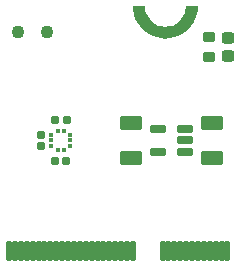
<source format=gbr>
%TF.GenerationSoftware,KiCad,Pcbnew,9.0.0*%
%TF.CreationDate,2025-05-22T16:19:39+04:00*%
%TF.ProjectId,02_04_sensor_barometer_BMP390L,30325f30-345f-4736-956e-736f725f6261,rev?*%
%TF.SameCoordinates,Original*%
%TF.FileFunction,Soldermask,Top*%
%TF.FilePolarity,Negative*%
%FSLAX46Y46*%
G04 Gerber Fmt 4.6, Leading zero omitted, Abs format (unit mm)*
G04 Created by KiCad (PCBNEW 9.0.0) date 2025-05-22 16:19:39*
%MOMM*%
%LPD*%
G01*
G04 APERTURE LIST*
G04 Aperture macros list*
%AMRoundRect*
0 Rectangle with rounded corners*
0 $1 Rounding radius*
0 $2 $3 $4 $5 $6 $7 $8 $9 X,Y pos of 4 corners*
0 Add a 4 corners polygon primitive as box body*
4,1,4,$2,$3,$4,$5,$6,$7,$8,$9,$2,$3,0*
0 Add four circle primitives for the rounded corners*
1,1,$1+$1,$2,$3*
1,1,$1+$1,$4,$5*
1,1,$1+$1,$6,$7*
1,1,$1+$1,$8,$9*
0 Add four rect primitives between the rounded corners*
20,1,$1+$1,$2,$3,$4,$5,0*
20,1,$1+$1,$4,$5,$6,$7,0*
20,1,$1+$1,$6,$7,$8,$9,0*
20,1,$1+$1,$8,$9,$2,$3,0*%
G04 Aperture macros list end*
%ADD10C,0.000000*%
%ADD11RoundRect,0.101600X0.175000X0.725000X-0.175000X0.725000X-0.175000X-0.725000X0.175000X-0.725000X0*%
%ADD12C,0.657200*%
%ADD13C,1.100000*%
%ADD14RoundRect,0.165000X0.195000X-0.165000X0.195000X0.165000X-0.195000X0.165000X-0.195000X-0.165000X0*%
%ADD15RoundRect,0.225000X-0.300000X0.225000X-0.300000X-0.225000X0.300000X-0.225000X0.300000X0.225000X0*%
%ADD16RoundRect,0.165000X-0.165000X-0.195000X0.165000X-0.195000X0.165000X0.195000X-0.165000X0.195000X0*%
%ADD17RoundRect,0.160000X0.160000X0.210000X-0.160000X0.210000X-0.160000X-0.210000X0.160000X-0.210000X0*%
%ADD18RoundRect,0.271739X0.678261X-0.353261X0.678261X0.353261X-0.678261X0.353261X-0.678261X-0.353261X0*%
%ADD19RoundRect,0.050000X0.150000X0.150000X-0.150000X0.150000X-0.150000X-0.150000X0.150000X-0.150000X0*%
%ADD20RoundRect,0.175000X0.537500X0.175000X-0.537500X0.175000X-0.537500X-0.175000X0.537500X-0.175000X0*%
%ADD21RoundRect,0.243750X-0.281250X0.243750X-0.281250X-0.243750X0.281250X-0.243750X0.281250X0.243750X0*%
G04 APERTURE END LIST*
D10*
%TO.C,J1*%
G36*
X150776586Y-92728884D02*
G01*
X150855538Y-93023535D01*
X150984456Y-93300000D01*
X151159422Y-93549878D01*
X151375122Y-93765578D01*
X151625000Y-93940544D01*
X151901465Y-94069462D01*
X152196116Y-94148414D01*
X152500000Y-94175000D01*
X152803884Y-94148414D01*
X153098535Y-94069462D01*
X153375000Y-93940544D01*
X153624878Y-93765578D01*
X153840578Y-93549878D01*
X154015544Y-93300000D01*
X154144462Y-93023535D01*
X154250000Y-92425000D01*
X155250000Y-92425000D01*
X155226473Y-92783947D01*
X155156296Y-93136752D01*
X155040669Y-93477379D01*
X154881570Y-93800000D01*
X154681722Y-94099094D01*
X154444544Y-94369544D01*
X154174094Y-94606722D01*
X153875000Y-94806570D01*
X153552379Y-94965669D01*
X153211752Y-95081296D01*
X152500000Y-95175000D01*
X152141053Y-95151473D01*
X151788248Y-95081296D01*
X151447621Y-94965669D01*
X151125000Y-94806570D01*
X150825906Y-94606722D01*
X150555456Y-94369544D01*
X150318278Y-94099094D01*
X150118430Y-93800000D01*
X149959331Y-93477379D01*
X149843704Y-93136752D01*
X149773527Y-92783947D01*
X149750000Y-92425000D01*
X150750000Y-92425000D01*
X150776586Y-92728884D01*
G37*
%TD*%
D11*
%TO.C,J1*%
X157750000Y-113150000D03*
X157250000Y-113150000D03*
X156750000Y-113150000D03*
X156250000Y-113150000D03*
X155750000Y-113150000D03*
X155250000Y-113150000D03*
X154750000Y-113150000D03*
X154250000Y-113150000D03*
X153750000Y-113150000D03*
X153250000Y-113150000D03*
X152750000Y-113150000D03*
X152250000Y-113150000D03*
X149750000Y-113150000D03*
X149250000Y-113150000D03*
X148750000Y-113150000D03*
X148250000Y-113150000D03*
X147750000Y-113150000D03*
X147250000Y-113150000D03*
X146750000Y-113150000D03*
X146250000Y-113150000D03*
X145750000Y-113150000D03*
X145250000Y-113150000D03*
X144750000Y-113150000D03*
X144250000Y-113150000D03*
X143750000Y-113150000D03*
X143250000Y-113150000D03*
X142750000Y-113150000D03*
X142250000Y-113150000D03*
X141750000Y-113150000D03*
X141250000Y-113150000D03*
X140750000Y-113150000D03*
X140250000Y-113150000D03*
X139750000Y-113150000D03*
X139250000Y-113150000D03*
D12*
X150400000Y-93425000D03*
X152500000Y-94725000D03*
X154600000Y-93425000D03*
%TD*%
D13*
%TO.C,SCL*%
X142500000Y-94600000D03*
%TD*%
D14*
%TO.C,C1*%
X141939929Y-104280127D03*
X141939929Y-103320127D03*
%TD*%
D15*
%TO.C,R1*%
X156200000Y-95075000D03*
X156200000Y-96725000D03*
%TD*%
D16*
%TO.C,C2*%
X143120000Y-105500000D03*
X144080000Y-105500000D03*
%TD*%
D17*
%TO.C,R2*%
X144149929Y-102100127D03*
X143129929Y-102100127D03*
%TD*%
D18*
%TO.C,C3*%
X156400000Y-105275000D03*
X156400000Y-102325000D03*
%TD*%
D19*
%TO.C,U1*%
X143370028Y-104580036D03*
X143869901Y-104580036D03*
X144400000Y-104300127D03*
X144400000Y-103800000D03*
X144400000Y-103300127D03*
X143869901Y-103019965D03*
X143370028Y-103019965D03*
X142839929Y-103300127D03*
X142839929Y-103800000D03*
X142839929Y-104300127D03*
%TD*%
D13*
%TO.C,SDA*%
X140000000Y-94600000D03*
%TD*%
D20*
%TO.C,U2*%
X154137500Y-104750000D03*
X154137500Y-103800000D03*
X154137500Y-102850000D03*
X151862500Y-102850000D03*
X151862500Y-104750000D03*
%TD*%
D18*
%TO.C,C4*%
X149600000Y-105275000D03*
X149600000Y-102325000D03*
%TD*%
D21*
%TO.C,D1*%
X157780000Y-95112500D03*
X157780000Y-96687500D03*
%TD*%
M02*

</source>
